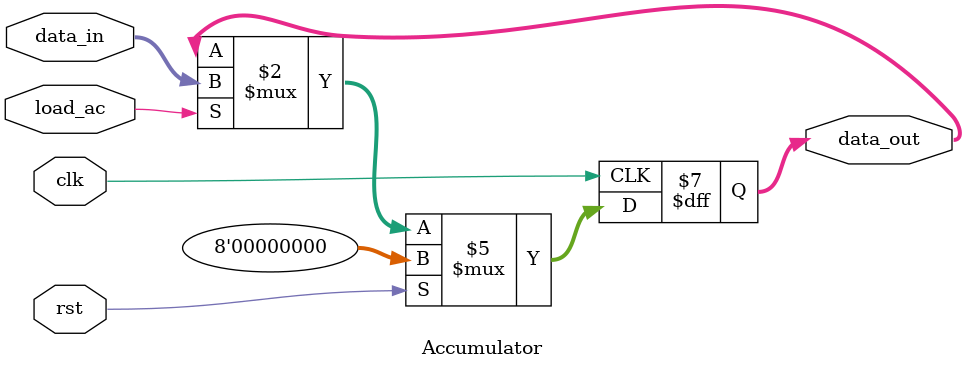
<source format=v>
`timescale 1ns / 1ps

module Accumulator (
    input clk,
    input rst,
    input load_ac,
    input [7:0] data_in,       // Dữ liệu đầu vào 8-bit
    output reg [7:0] data_out  // Dữ liệu đầu ra 8-bit
);

always @(posedge clk) begin
    if (rst) begin
        data_out <= 8'b00000000;  // Reset accumulator về 0
    end else if (load_ac) begin
        data_out <= data_in;      // Nạp giá trị mới vào AC
    end
end

endmodule

</source>
